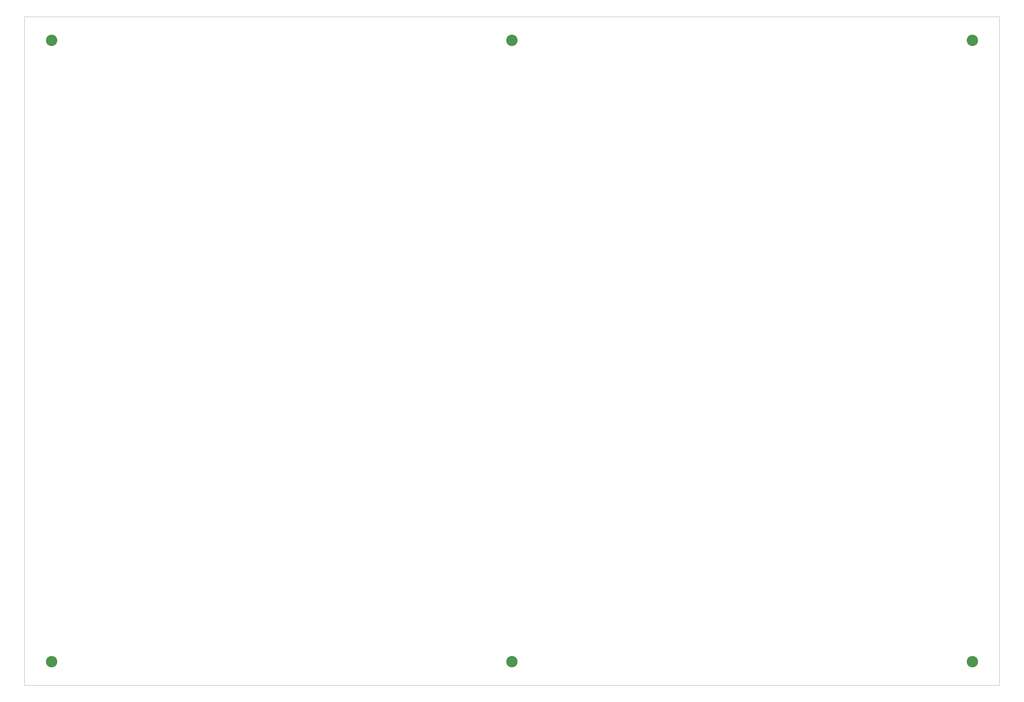
<source format=gko>
G04 ===== Begin FILE IDENTIFICATION =====*
G04 File Format:  Gerber RS274X*
G04 ===== End FILE IDENTIFICATION =====*
%FSLAX66Y66*%
%MOIN*%
%SFA1.0000B1.0000*%
%OFA0.0B0.0*%
%ADD14C,0.165354*%
%ADD15C,0.000984*%
%LNbound*%
%IPPOS*%
%LPD*%
G75*
D14*
X5905512Y-679134D03*
Y8356299D03*
D15*
G01X-1181102Y8700787D02*
G01X12992126D01*
G01Y-1023622D01*
G01X-1181102D01*
G01Y8700787D01*
D14*
X-787402Y8356299D03*
X12598425D03*
X-787402Y-679134D03*
X12598425D03*
M02*


</source>
